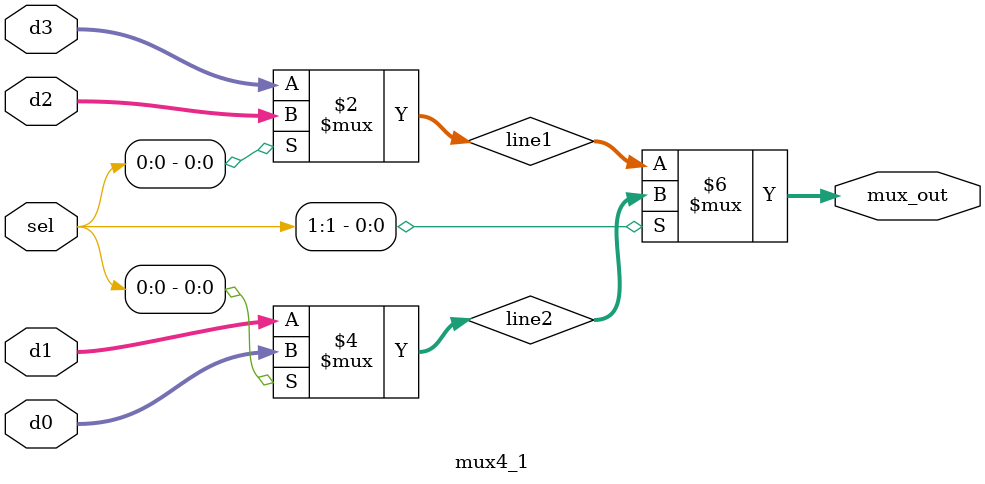
<source format=v>
`timescale 1ns/1ns
module mux4_1(
input [1:0]d1,d2,d3,d0,
input [1:0]sel,
output[1:0]mux_out
);
//*************code***********//
    wire [1:0] line1, line2;
    assign line1 = (sel[0] == 1)? d2 : d3;
    assign line2 = (sel[0] == 1)? d0 : d1;
    assign mux_out = (sel[1] == 1)? line2 : line1;
//*************code***********//
endmodule
</source>
